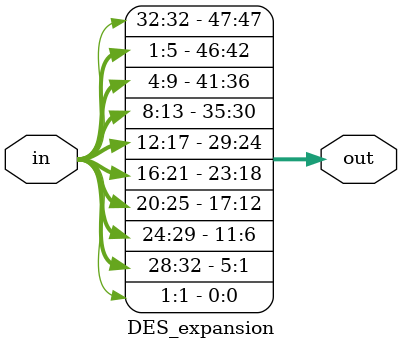
<source format=v>
`timescale 1ns / 1ps


module DES_expansion(in,out);
    input [1:32]in;
    output [0:47]out;
    assign out=
    {
    in[32],
    in[1],
    in[2],
    in[3],
    in[4],
    in[5],
    in[4],
    in[5],
    in[6],
    in[7],
    in[8],
    in[9],
    in[8],
    in[9],
    in[10],
    in[11],
    in[12],
    in[13],
    in[12],
    in[13],
    in[14],
    in[15],
    in[16],
    in[17],
    in[16],
    in[17],
    in[18],
    in[19],
    in[20],
    in[21],
    in[20],
    in[21],
    in[22],
    in[23],
    in[24],
    in[25],
    in[24],
    in[25],
    in[26],
    in[27],
    in[28],
    in[29],
    in[28],
    in[29],
    in[30],
    in[31],
    in[32],
    in[1]
    };
endmodule

</source>
